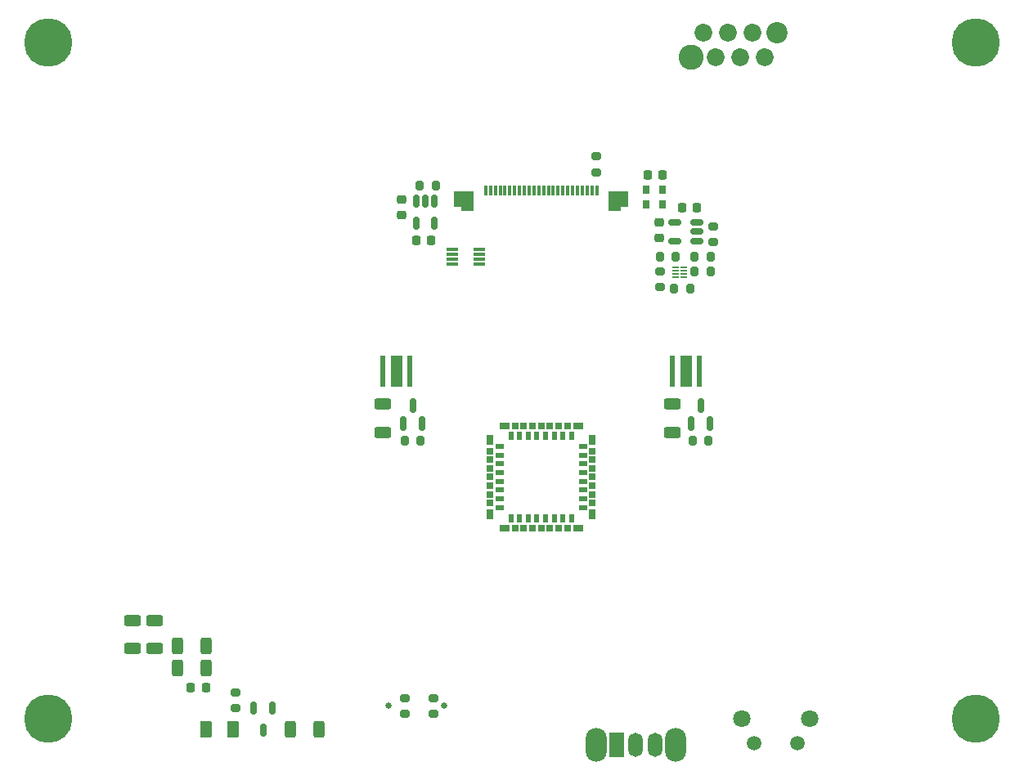
<source format=gbr>
%TF.GenerationSoftware,KiCad,Pcbnew,9.0.6+1*%
%TF.CreationDate,2026-01-21T18:29:13+00:00*%
%TF.ProjectId,Mainboard,4d61696e-626f-4617-9264-2e6b69636164,1.0.0 + (Unreleased)*%
%TF.SameCoordinates,Original*%
%TF.FileFunction,Soldermask,Bot*%
%TF.FilePolarity,Negative*%
%FSLAX46Y46*%
G04 Gerber Fmt 4.6, Leading zero omitted, Abs format (unit mm)*
G04 Created by KiCad (PCBNEW 9.0.6+1) date 2026-01-21 18:29:13*
%MOMM*%
%LPD*%
G01*
G04 APERTURE LIST*
G04 Aperture macros list*
%AMRoundRect*
0 Rectangle with rounded corners*
0 $1 Rounding radius*
0 $2 $3 $4 $5 $6 $7 $8 $9 X,Y pos of 4 corners*
0 Add a 4 corners polygon primitive as box body*
4,1,4,$2,$3,$4,$5,$6,$7,$8,$9,$2,$3,0*
0 Add four circle primitives for the rounded corners*
1,1,$1+$1,$2,$3*
1,1,$1+$1,$4,$5*
1,1,$1+$1,$6,$7*
1,1,$1+$1,$8,$9*
0 Add four rect primitives between the rounded corners*
20,1,$1+$1,$2,$3,$4,$5,0*
20,1,$1+$1,$4,$5,$6,$7,0*
20,1,$1+$1,$6,$7,$8,$9,0*
20,1,$1+$1,$8,$9,$2,$3,0*%
%AMFreePoly0*
4,1,7,1.050000,-0.975000,-1.050000,-0.975000,-1.050000,0.625000,-0.250000,0.625000,-0.250000,0.975000,1.050000,0.975000,1.050000,-0.975000,1.050000,-0.975000,$1*%
%AMFreePoly1*
4,1,7,0.250000,0.625000,1.050000,0.625000,1.050000,-0.975000,-1.050000,-0.975000,-1.050000,0.975000,0.250000,0.975000,0.250000,0.625000,0.250000,0.625000,$1*%
G04 Aperture macros list end*
%ADD10C,0.800000*%
%ADD11C,5.000000*%
%ADD12C,1.500000*%
%ADD13C,1.800000*%
%ADD14O,2.200000X3.500000*%
%ADD15R,1.500000X2.500000*%
%ADD16O,1.500000X2.500000*%
%ADD17C,0.650000*%
%ADD18RoundRect,0.225000X0.225000X0.250000X-0.225000X0.250000X-0.225000X-0.250000X0.225000X-0.250000X0*%
%ADD19R,0.650000X0.850000*%
%ADD20RoundRect,0.225000X-0.250000X0.225000X-0.250000X-0.225000X0.250000X-0.225000X0.250000X0.225000X0*%
%ADD21RoundRect,0.075000X0.075000X0.475000X-0.075000X0.475000X-0.075000X-0.475000X0.075000X-0.475000X0*%
%ADD22FreePoly0,180.000000*%
%ADD23FreePoly1,180.000000*%
%ADD24RoundRect,0.200000X0.275000X-0.200000X0.275000X0.200000X-0.275000X0.200000X-0.275000X-0.200000X0*%
%ADD25RoundRect,0.250000X-0.625000X0.312500X-0.625000X-0.312500X0.625000X-0.312500X0.625000X0.312500X0*%
%ADD26RoundRect,0.200000X-0.275000X0.200000X-0.275000X-0.200000X0.275000X-0.200000X0.275000X0.200000X0*%
%ADD27RoundRect,0.150000X-0.150000X0.512500X-0.150000X-0.512500X0.150000X-0.512500X0.150000X0.512500X0*%
%ADD28RoundRect,0.200000X0.200000X0.275000X-0.200000X0.275000X-0.200000X-0.275000X0.200000X-0.275000X0*%
%ADD29R,0.650000X0.170000*%
%ADD30R,0.500000X3.300000*%
%ADD31R,1.300000X3.300000*%
%ADD32RoundRect,0.200000X-0.200000X-0.275000X0.200000X-0.275000X0.200000X0.275000X-0.200000X0.275000X0*%
%ADD33C,2.200000*%
%ADD34C,2.600000*%
%ADD35C,1.850000*%
%ADD36RoundRect,0.250000X-0.312500X-0.625000X0.312500X-0.625000X0.312500X0.625000X-0.312500X0.625000X0*%
%ADD37R,0.650000X1.100000*%
%ADD38R,0.650000X0.650000*%
%ADD39R,1.100000X0.650000*%
%ADD40R,0.840000X0.500000*%
%ADD41R,0.500000X0.840000*%
%ADD42RoundRect,0.087500X0.537500X0.087500X-0.537500X0.087500X-0.537500X-0.087500X0.537500X-0.087500X0*%
%ADD43RoundRect,0.225000X-0.225000X-0.250000X0.225000X-0.250000X0.225000X0.250000X-0.225000X0.250000X0*%
%ADD44RoundRect,0.150000X0.512500X0.150000X-0.512500X0.150000X-0.512500X-0.150000X0.512500X-0.150000X0*%
%ADD45RoundRect,0.250000X-0.375000X-0.625000X0.375000X-0.625000X0.375000X0.625000X-0.375000X0.625000X0*%
%ADD46RoundRect,0.150000X0.150000X-0.587500X0.150000X0.587500X-0.150000X0.587500X-0.150000X-0.587500X0*%
%ADD47RoundRect,0.250000X0.625000X-0.312500X0.625000X0.312500X-0.625000X0.312500X-0.625000X-0.312500X0*%
G04 APERTURE END LIST*
D10*
%TO.C,REF\u002A\u002A*%
X259125000Y-123000000D03*
X259674175Y-121674175D03*
X259674175Y-124325825D03*
X261000000Y-121125000D03*
D11*
X261000000Y-123000000D03*
D10*
X261000000Y-124875000D03*
X262325825Y-121674175D03*
X262325825Y-124325825D03*
X262875000Y-123000000D03*
%TD*%
D12*
%TO.C,SW901*%
X242550000Y-195550000D03*
X238050000Y-195550000D03*
D13*
X236800000Y-193050000D03*
X243800000Y-193050000D03*
%TD*%
D10*
%TO.C,REF\u002A\u002A*%
X259125000Y-193000000D03*
X259674175Y-191674175D03*
X259674175Y-194325825D03*
X261000000Y-191125000D03*
D11*
X261000000Y-193000000D03*
D10*
X261000000Y-194875000D03*
X262325825Y-191674175D03*
X262325825Y-194325825D03*
X262875000Y-193000000D03*
%TD*%
%TO.C,REF\u002A\u002A*%
X163125000Y-193000000D03*
X163674175Y-191674175D03*
X163674175Y-194325825D03*
X165000000Y-191125000D03*
D11*
X165000000Y-193000000D03*
D10*
X165000000Y-194875000D03*
X166325825Y-191674175D03*
X166325825Y-194325825D03*
X166875000Y-193000000D03*
%TD*%
D14*
%TO.C,SW701*%
X221700000Y-195700000D03*
X229900000Y-195700000D03*
D15*
X223800000Y-195700000D03*
D16*
X225800000Y-195700000D03*
X227800000Y-195700000D03*
%TD*%
D10*
%TO.C,REF\u002A\u002A*%
X163125000Y-123000000D03*
X163674175Y-121674175D03*
X163674175Y-124325825D03*
X165000000Y-121125000D03*
D11*
X165000000Y-123000000D03*
D10*
X165000000Y-124875000D03*
X166325825Y-121674175D03*
X166325825Y-124325825D03*
X166875000Y-123000000D03*
%TD*%
D17*
%TO.C,X701*%
X200210000Y-191695000D03*
X205990000Y-191695000D03*
%TD*%
D18*
%TO.C,C702*%
X181275000Y-189800000D03*
X179725000Y-189800000D03*
%TD*%
D19*
%TO.C,Y1201*%
X226900000Y-138225000D03*
X228550000Y-138225000D03*
X228550000Y-139775000D03*
X226900000Y-139775000D03*
%TD*%
D20*
%TO.C,C804*%
X228200000Y-141650000D03*
X228200000Y-143200000D03*
%TD*%
D21*
%TO.C,X1201*%
X221750000Y-138300000D03*
X221250000Y-138300000D03*
X220750000Y-138300000D03*
X220250000Y-138300000D03*
X219750000Y-138300000D03*
X219250000Y-138300000D03*
X218750000Y-138300000D03*
X218250000Y-138300000D03*
X217750000Y-138300000D03*
X217250000Y-138300000D03*
X216750000Y-138300000D03*
X216250000Y-138300000D03*
X215750000Y-138300000D03*
X215250000Y-138300000D03*
X214750000Y-138300000D03*
X214250000Y-138300000D03*
X213750000Y-138300000D03*
X213250000Y-138300000D03*
X212750000Y-138300000D03*
X212250000Y-138300000D03*
X211750000Y-138300000D03*
X211250000Y-138300000D03*
X210750000Y-138300000D03*
X210250000Y-138300000D03*
D22*
X224000000Y-139425000D03*
D23*
X208000000Y-139425000D03*
%TD*%
D24*
%TO.C,R802*%
X233843750Y-143700000D03*
X233843750Y-142050000D03*
%TD*%
D25*
%TO.C,R1104*%
X199600000Y-160437500D03*
X199600000Y-163362500D03*
%TD*%
D20*
%TO.C,C802*%
X201575001Y-139300000D03*
X201575001Y-140850000D03*
%TD*%
D26*
%TO.C,R709*%
X184400000Y-190312500D03*
X184400000Y-191962500D03*
%TD*%
D27*
%TO.C,Q701*%
X186250000Y-191962500D03*
X188150000Y-191962500D03*
X187200000Y-194237500D03*
%TD*%
D25*
%TO.C,R1106*%
X229600000Y-160437500D03*
X229600000Y-163362500D03*
%TD*%
D28*
%TO.C,R801*%
X205100000Y-137800000D03*
X203450000Y-137800000D03*
%TD*%
D29*
%TO.C,IC1202*%
X229900000Y-147300000D03*
X229899999Y-146950000D03*
X229899999Y-146600000D03*
X229900000Y-146250000D03*
X230749998Y-146250000D03*
X230749999Y-146600000D03*
X230749999Y-146950000D03*
X230749998Y-147300000D03*
%TD*%
D30*
%TO.C,D1102*%
X232399999Y-157000000D03*
X229600001Y-157000000D03*
D31*
X231000000Y-157000000D03*
%TD*%
D32*
%TO.C,R1206*%
X229775000Y-148500000D03*
X231425000Y-148500000D03*
%TD*%
%TO.C,R1103*%
X201875000Y-164200000D03*
X203525000Y-164200000D03*
%TD*%
D33*
%TO.C,X901*%
X240370000Y-122030000D03*
D34*
X231560000Y-124570000D03*
D35*
X232790000Y-122030000D03*
X234060000Y-124570000D03*
X235330000Y-122030000D03*
X236600000Y-124570001D03*
X237870000Y-122030000D03*
X239140000Y-124570000D03*
%TD*%
D36*
%TO.C,R711*%
X190037500Y-194100000D03*
X192962500Y-194100000D03*
%TD*%
D30*
%TO.C,D1101*%
X202399999Y-157000000D03*
X199600001Y-157000000D03*
D31*
X201000000Y-157000000D03*
%TD*%
D37*
%TO.C,X1001*%
X210695000Y-164175000D03*
D38*
X210695000Y-165300000D03*
X210695000Y-166200000D03*
X210695000Y-167100000D03*
X210695000Y-168000000D03*
X210695000Y-168900000D03*
X210695000Y-169800000D03*
X210695000Y-170700000D03*
D37*
X210695000Y-171825000D03*
D39*
X212175000Y-162695000D03*
X212175000Y-173305000D03*
D38*
X213300000Y-162695000D03*
X213300000Y-173305000D03*
X214200000Y-162695000D03*
X214200000Y-173305000D03*
X215100000Y-162695000D03*
X215100000Y-173305000D03*
X216000000Y-162695000D03*
X216000000Y-173305000D03*
X216900000Y-162695000D03*
X216900000Y-173305000D03*
X217800000Y-162695000D03*
X217800000Y-173305000D03*
X218700000Y-162695000D03*
X218700000Y-173305000D03*
D39*
X219825000Y-162695000D03*
X219825000Y-173305000D03*
D37*
X221305000Y-164175000D03*
D38*
X221305000Y-165300000D03*
X221305000Y-166200000D03*
X221305000Y-167100000D03*
X221305000Y-168000000D03*
X221305000Y-168900000D03*
X221305000Y-169800000D03*
X221305000Y-170700000D03*
D37*
X221305000Y-171825000D03*
D40*
X211690000Y-171150000D03*
X211690000Y-170250000D03*
X211690000Y-169350000D03*
X211690000Y-168450000D03*
X211690000Y-167550000D03*
X211690000Y-166650000D03*
X211690000Y-165750000D03*
X211690000Y-164850000D03*
D41*
X212850000Y-163690000D03*
X213750000Y-163690000D03*
X214650000Y-163690000D03*
X215550000Y-163690000D03*
X216450000Y-163690000D03*
X217350000Y-163690000D03*
X218250000Y-163690000D03*
X219150000Y-163690000D03*
D40*
X220310000Y-164850000D03*
X220310000Y-165750000D03*
X220310000Y-166650000D03*
X220310000Y-167550000D03*
X220310000Y-168450000D03*
X220310000Y-169350000D03*
X220310000Y-170250000D03*
X220310000Y-171150000D03*
D41*
X219150000Y-172310000D03*
X218250000Y-172310000D03*
X217350000Y-172310000D03*
X216450000Y-172310000D03*
X215550000Y-172310000D03*
X214650000Y-172310000D03*
X213750000Y-172310000D03*
X212850000Y-172310000D03*
%TD*%
D42*
%TO.C,IC1201*%
X209600000Y-144449999D03*
X209600000Y-144950000D03*
X209600000Y-145450000D03*
X209600000Y-145950001D03*
X206800000Y-145950001D03*
X206800000Y-145450000D03*
X206800000Y-144950000D03*
X206800000Y-144449999D03*
%TD*%
D18*
%TO.C,C803*%
X232137500Y-140100000D03*
X230587500Y-140100000D03*
%TD*%
D32*
%TO.C,R1208*%
X231875000Y-145200000D03*
X233525000Y-145200000D03*
%TD*%
D43*
%TO.C,C805*%
X203050000Y-143500000D03*
X204600000Y-143500000D03*
%TD*%
D36*
%TO.C,R705*%
X178350000Y-185500000D03*
X181275000Y-185500000D03*
%TD*%
D44*
%TO.C,IC802*%
X232137500Y-141650000D03*
X232137500Y-142600000D03*
X232137500Y-143550000D03*
X229862500Y-143550000D03*
X229862500Y-141650000D03*
%TD*%
D45*
%TO.C,F701*%
X181275000Y-194110000D03*
X184075000Y-194110000D03*
%TD*%
D46*
%TO.C,Q1102*%
X233450000Y-162437500D03*
X231550000Y-162437500D03*
X232500000Y-160562500D03*
%TD*%
D32*
%TO.C,R1105*%
X231675000Y-164200000D03*
X233325000Y-164200000D03*
%TD*%
D36*
%TO.C,R707*%
X178350000Y-187800000D03*
X181275000Y-187800000D03*
%TD*%
D43*
%TO.C,C1201*%
X227000000Y-136725000D03*
X228550000Y-136725000D03*
%TD*%
D25*
%TO.C,R706*%
X176000000Y-182837500D03*
X176000000Y-185762500D03*
%TD*%
D46*
%TO.C,Q1101*%
X203650000Y-162437500D03*
X201750000Y-162437500D03*
X202700000Y-160562500D03*
%TD*%
D27*
%TO.C,IC803*%
X203050000Y-139462500D03*
X204000000Y-139462500D03*
X204950000Y-139462500D03*
X204950000Y-141737500D03*
X203050000Y-141737500D03*
%TD*%
D24*
%TO.C,R702*%
X201850000Y-192525000D03*
X201850000Y-190875000D03*
%TD*%
%TO.C,R701*%
X204850000Y-192525000D03*
X204850000Y-190875000D03*
%TD*%
D26*
%TO.C,R1204*%
X228300000Y-146675000D03*
X228300000Y-148325000D03*
%TD*%
D47*
%TO.C,R708*%
X173700000Y-185762500D03*
X173700000Y-182837500D03*
%TD*%
D24*
%TO.C,R1201*%
X221700000Y-136425000D03*
X221700000Y-134775000D03*
%TD*%
D32*
%TO.C,R1207*%
X231875000Y-146700000D03*
X233525000Y-146700000D03*
%TD*%
%TO.C,R1205*%
X228275000Y-145200000D03*
X229925000Y-145200000D03*
%TD*%
M02*

</source>
